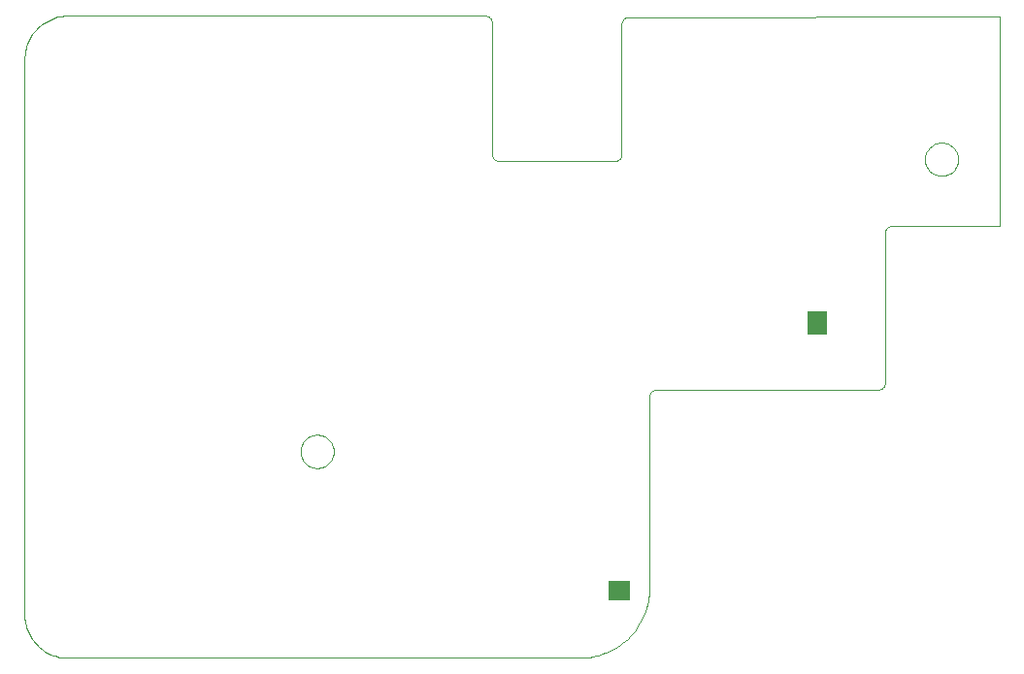
<source format=gbp>
G75*
G70*
%OFA0B0*%
%FSLAX24Y24*%
%IPPOS*%
%LPD*%
%AMOC8*
5,1,8,0,0,1.08239X$1,22.5*
%
%ADD10C,0.0000*%
%ADD11R,0.0770X0.0680*%
%ADD12R,0.0670X0.0790*%
D10*
X006865Y002944D02*
X006873Y022025D01*
X006875Y022101D01*
X006881Y022176D01*
X006890Y022252D01*
X006904Y022326D01*
X006921Y022400D01*
X006942Y022473D01*
X006967Y022545D01*
X006995Y022616D01*
X007026Y022685D01*
X007062Y022752D01*
X007100Y022818D01*
X007142Y022881D01*
X007187Y022942D01*
X007235Y023001D01*
X007286Y023058D01*
X007340Y023111D01*
X007396Y023162D01*
X007455Y023210D01*
X007516Y023255D01*
X007580Y023297D01*
X007645Y023336D01*
X007712Y023371D01*
X007782Y023402D01*
X007852Y023431D01*
X007924Y023455D01*
X007997Y023476D01*
X008071Y023493D01*
X008146Y023507D01*
X008221Y023516D01*
X008297Y023522D01*
X008373Y023524D01*
X022674Y023524D01*
X022704Y023522D01*
X022734Y023517D01*
X022763Y023508D01*
X022790Y023495D01*
X022816Y023480D01*
X022840Y023461D01*
X022861Y023440D01*
X022880Y023416D01*
X022895Y023390D01*
X022908Y023363D01*
X022917Y023334D01*
X022922Y023304D01*
X022924Y023274D01*
X022924Y018774D01*
X022926Y018744D01*
X022931Y018714D01*
X022940Y018685D01*
X022953Y018658D01*
X022968Y018632D01*
X022987Y018608D01*
X023008Y018587D01*
X023032Y018568D01*
X023058Y018553D01*
X023085Y018540D01*
X023114Y018531D01*
X023144Y018526D01*
X023174Y018524D01*
X027124Y018524D01*
X027154Y018526D01*
X027184Y018531D01*
X027213Y018540D01*
X027240Y018553D01*
X027266Y018568D01*
X027290Y018587D01*
X027311Y018608D01*
X027330Y018632D01*
X027345Y018658D01*
X027358Y018685D01*
X027367Y018714D01*
X027372Y018744D01*
X027374Y018774D01*
X027374Y023225D01*
X027376Y023255D01*
X027381Y023285D01*
X027390Y023314D01*
X027403Y023341D01*
X027418Y023367D01*
X027437Y023391D01*
X027458Y023412D01*
X027482Y023431D01*
X027508Y023446D01*
X027535Y023459D01*
X027564Y023468D01*
X027594Y023473D01*
X027624Y023475D01*
X040364Y023484D01*
X040364Y016304D01*
X036674Y016304D01*
X036644Y016302D01*
X036614Y016297D01*
X036585Y016288D01*
X036558Y016275D01*
X036532Y016260D01*
X036508Y016241D01*
X036487Y016220D01*
X036468Y016196D01*
X036453Y016170D01*
X036440Y016143D01*
X036431Y016114D01*
X036426Y016084D01*
X036424Y016054D01*
X036424Y010914D01*
X036422Y010884D01*
X036417Y010854D01*
X036408Y010825D01*
X036395Y010798D01*
X036380Y010772D01*
X036361Y010748D01*
X036340Y010727D01*
X036316Y010708D01*
X036290Y010693D01*
X036263Y010680D01*
X036234Y010671D01*
X036204Y010666D01*
X036174Y010664D01*
X028574Y010664D01*
X028544Y010662D01*
X028514Y010657D01*
X028485Y010648D01*
X028458Y010635D01*
X028432Y010620D01*
X028408Y010601D01*
X028387Y010580D01*
X028368Y010556D01*
X028353Y010530D01*
X028340Y010503D01*
X028331Y010474D01*
X028326Y010444D01*
X028324Y010414D01*
X028324Y003844D01*
X028321Y003730D01*
X028313Y003616D01*
X028300Y003502D01*
X028281Y003390D01*
X028256Y003278D01*
X028227Y003168D01*
X028192Y003059D01*
X028152Y002952D01*
X028107Y002847D01*
X028057Y002744D01*
X028002Y002644D01*
X027943Y002546D01*
X027879Y002452D01*
X027811Y002360D01*
X027738Y002272D01*
X027661Y002188D01*
X027580Y002107D01*
X027496Y002030D01*
X027408Y001957D01*
X027316Y001889D01*
X027222Y001825D01*
X027124Y001766D01*
X027024Y001711D01*
X026921Y001661D01*
X026816Y001616D01*
X026709Y001576D01*
X026600Y001541D01*
X026490Y001512D01*
X026378Y001487D01*
X026266Y001468D01*
X026152Y001455D01*
X026038Y001447D01*
X025924Y001444D01*
X008365Y001444D01*
X008289Y001446D01*
X008213Y001452D01*
X008138Y001461D01*
X008063Y001475D01*
X007989Y001492D01*
X007916Y001513D01*
X007844Y001537D01*
X007774Y001566D01*
X007705Y001597D01*
X007637Y001632D01*
X007572Y001671D01*
X007508Y001713D01*
X007447Y001758D01*
X007388Y001806D01*
X007332Y001857D01*
X007278Y001910D01*
X007227Y001967D01*
X007179Y002026D01*
X007134Y002087D01*
X007092Y002150D01*
X007054Y002216D01*
X007018Y002283D01*
X006987Y002352D01*
X006958Y002423D01*
X006934Y002495D01*
X006913Y002568D01*
X006896Y002642D01*
X006882Y002716D01*
X006873Y002792D01*
X006867Y002868D01*
X006865Y002944D01*
X016347Y008543D02*
X016349Y008590D01*
X016355Y008637D01*
X016364Y008683D01*
X016378Y008728D01*
X016395Y008772D01*
X016416Y008815D01*
X016440Y008855D01*
X016467Y008894D01*
X016498Y008930D01*
X016531Y008963D01*
X016567Y008994D01*
X016606Y009021D01*
X016646Y009045D01*
X016689Y009066D01*
X016733Y009083D01*
X016778Y009097D01*
X016824Y009106D01*
X016871Y009112D01*
X016918Y009114D01*
X016965Y009112D01*
X017012Y009106D01*
X017058Y009097D01*
X017103Y009083D01*
X017147Y009066D01*
X017190Y009045D01*
X017230Y009021D01*
X017269Y008994D01*
X017305Y008963D01*
X017338Y008930D01*
X017369Y008894D01*
X017396Y008855D01*
X017420Y008815D01*
X017441Y008772D01*
X017458Y008728D01*
X017472Y008683D01*
X017481Y008637D01*
X017487Y008590D01*
X017489Y008543D01*
X017487Y008496D01*
X017481Y008449D01*
X017472Y008403D01*
X017458Y008358D01*
X017441Y008314D01*
X017420Y008271D01*
X017396Y008231D01*
X017369Y008192D01*
X017338Y008156D01*
X017305Y008123D01*
X017269Y008092D01*
X017230Y008065D01*
X017190Y008041D01*
X017147Y008020D01*
X017103Y008003D01*
X017058Y007989D01*
X017012Y007980D01*
X016965Y007974D01*
X016918Y007972D01*
X016871Y007974D01*
X016824Y007980D01*
X016778Y007989D01*
X016733Y008003D01*
X016689Y008020D01*
X016646Y008041D01*
X016606Y008065D01*
X016567Y008092D01*
X016531Y008123D01*
X016498Y008156D01*
X016467Y008192D01*
X016440Y008231D01*
X016416Y008271D01*
X016395Y008314D01*
X016378Y008358D01*
X016364Y008403D01*
X016355Y008449D01*
X016349Y008496D01*
X016347Y008543D01*
X037792Y018586D02*
X037794Y018633D01*
X037800Y018680D01*
X037809Y018726D01*
X037823Y018771D01*
X037840Y018815D01*
X037861Y018858D01*
X037885Y018898D01*
X037912Y018937D01*
X037943Y018973D01*
X037976Y019006D01*
X038012Y019037D01*
X038051Y019064D01*
X038091Y019088D01*
X038134Y019109D01*
X038178Y019126D01*
X038223Y019140D01*
X038269Y019149D01*
X038316Y019155D01*
X038363Y019157D01*
X038410Y019155D01*
X038457Y019149D01*
X038503Y019140D01*
X038548Y019126D01*
X038592Y019109D01*
X038635Y019088D01*
X038675Y019064D01*
X038714Y019037D01*
X038750Y019006D01*
X038783Y018973D01*
X038814Y018937D01*
X038841Y018898D01*
X038865Y018858D01*
X038886Y018815D01*
X038903Y018771D01*
X038917Y018726D01*
X038926Y018680D01*
X038932Y018633D01*
X038934Y018586D01*
X038932Y018539D01*
X038926Y018492D01*
X038917Y018446D01*
X038903Y018401D01*
X038886Y018357D01*
X038865Y018314D01*
X038841Y018274D01*
X038814Y018235D01*
X038783Y018199D01*
X038750Y018166D01*
X038714Y018135D01*
X038675Y018108D01*
X038635Y018084D01*
X038592Y018063D01*
X038548Y018046D01*
X038503Y018032D01*
X038457Y018023D01*
X038410Y018017D01*
X038363Y018015D01*
X038316Y018017D01*
X038269Y018023D01*
X038223Y018032D01*
X038178Y018046D01*
X038134Y018063D01*
X038091Y018084D01*
X038051Y018108D01*
X038012Y018135D01*
X037976Y018166D01*
X037943Y018199D01*
X037912Y018235D01*
X037885Y018274D01*
X037861Y018314D01*
X037840Y018357D01*
X037823Y018401D01*
X037809Y018446D01*
X037800Y018492D01*
X037794Y018539D01*
X037792Y018586D01*
D11*
X027309Y003744D03*
D12*
X034099Y012969D03*
M02*

</source>
